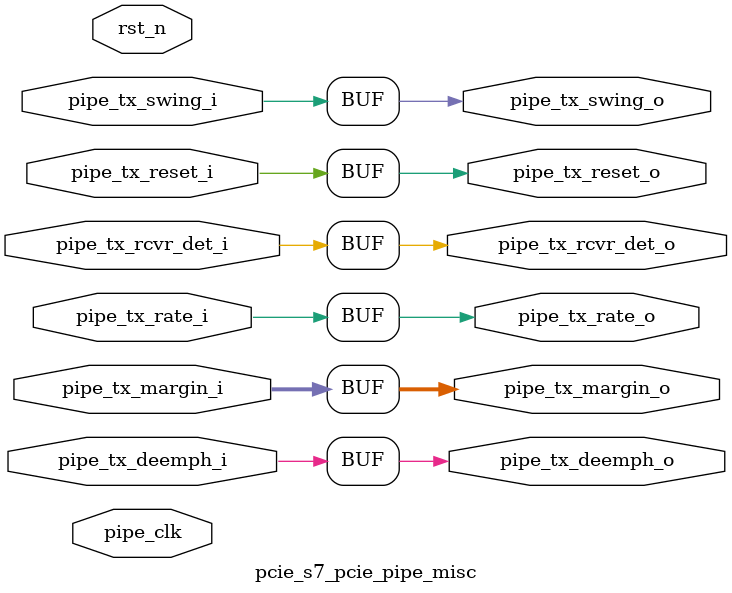
<source format=v>

`timescale 1ps/1ps

(* DowngradeIPIdentifiedWarnings = "yes" *)
module pcie_s7_pcie_pipe_misc #
(
    parameter        PIPE_PIPELINE_STAGES = 0,    // 0 - 0 stages, 1 - 1 stage, 2 - 2 stages
    parameter TCQ  = 1 // synthesis warning solved: parameter declaration becomes local
)
(

    input   wire        pipe_tx_rcvr_det_i       ,     // PIPE Tx Receiver Detect
    input   wire        pipe_tx_reset_i          ,     // PIPE Tx Reset
    input   wire        pipe_tx_rate_i           ,     // PIPE Tx Rate
    input   wire        pipe_tx_deemph_i         ,     // PIPE Tx Deemphasis
    input   wire [2:0]  pipe_tx_margin_i         ,     // PIPE Tx Margin
    input   wire        pipe_tx_swing_i          ,     // PIPE Tx Swing

    output  wire        pipe_tx_rcvr_det_o       ,     // Pipelined PIPE Tx Receiver Detect
    output  wire        pipe_tx_reset_o          ,     // Pipelined PIPE Tx Reset
    output  wire        pipe_tx_rate_o           ,     // Pipelined PIPE Tx Rate
    output  wire        pipe_tx_deemph_o         ,     // Pipelined PIPE Tx Deemphasis
    output  wire [2:0]  pipe_tx_margin_o         ,     // Pipelined PIPE Tx Margin
    output  wire        pipe_tx_swing_o          ,     // Pipelined PIPE Tx Swing

    input   wire        pipe_clk                ,      // PIPE Clock
    input   wire        rst_n                          // Reset
);

//******************************************************************//
// Reality check.                                                   //
//******************************************************************//

//    parameter TCQ  = 1;      // clock to out delay model

    generate

    if (PIPE_PIPELINE_STAGES == 0) begin : pipe_stages_0

        assign pipe_tx_rcvr_det_o = pipe_tx_rcvr_det_i;
        assign pipe_tx_reset_o  = pipe_tx_reset_i;
        assign pipe_tx_rate_o = pipe_tx_rate_i;
        assign pipe_tx_deemph_o = pipe_tx_deemph_i;
        assign pipe_tx_margin_o = pipe_tx_margin_i;
        assign pipe_tx_swing_o = pipe_tx_swing_i;

    end // if (PIPE_PIPELINE_STAGES == 0)
    else if (PIPE_PIPELINE_STAGES == 1) begin : pipe_stages_1

    reg                pipe_tx_rcvr_det_q       ;
    reg                pipe_tx_reset_q          ;
    reg                pipe_tx_rate_q           ;
    reg                pipe_tx_deemph_q         ;
    reg [2:0]          pipe_tx_margin_q         ;
    reg                pipe_tx_swing_q          ;

        always @(posedge pipe_clk) begin

        if (rst_n)
        begin

            pipe_tx_rcvr_det_q <= #TCQ 0;
            pipe_tx_reset_q  <= #TCQ 1'b1;
            pipe_tx_rate_q <= #TCQ 0;
            pipe_tx_deemph_q <= #TCQ 1'b1;
            pipe_tx_margin_q <= #TCQ 0;
            pipe_tx_swing_q <= #TCQ 0;

        end
        else
        begin

            pipe_tx_rcvr_det_q <= #TCQ pipe_tx_rcvr_det_i;
            pipe_tx_reset_q  <= #TCQ pipe_tx_reset_i;
            pipe_tx_rate_q <= #TCQ pipe_tx_rate_i;
            pipe_tx_deemph_q <= #TCQ pipe_tx_deemph_i;
            pipe_tx_margin_q <= #TCQ pipe_tx_margin_i;
            pipe_tx_swing_q <= #TCQ pipe_tx_swing_i;

          end

        end

        assign pipe_tx_rcvr_det_o = pipe_tx_rcvr_det_q;
        assign pipe_tx_reset_o  = pipe_tx_reset_q;
        assign pipe_tx_rate_o = pipe_tx_rate_q;
        assign pipe_tx_deemph_o = pipe_tx_deemph_q;
        assign pipe_tx_margin_o = pipe_tx_margin_q;
        assign pipe_tx_swing_o = pipe_tx_swing_q;

    end // if (PIPE_PIPELINE_STAGES == 1)
    else if (PIPE_PIPELINE_STAGES == 2) begin : pipe_stages_2

    reg                pipe_tx_rcvr_det_q       ;
    reg                pipe_tx_reset_q          ;
    reg                pipe_tx_rate_q           ;
    reg                pipe_tx_deemph_q         ;
    reg [2:0]          pipe_tx_margin_q         ;
    reg                pipe_tx_swing_q          ;

    reg                pipe_tx_rcvr_det_qq      ;
    reg                pipe_tx_reset_qq         ;
    reg                pipe_tx_rate_qq          ;
    reg                pipe_tx_deemph_qq        ;
    reg [2:0]          pipe_tx_margin_qq        ;
    reg                pipe_tx_swing_qq         ;

        always @(posedge pipe_clk) begin

        if (rst_n)
        begin

            pipe_tx_rcvr_det_q <= #TCQ 0;
            pipe_tx_reset_q  <= #TCQ 1'b1;
            pipe_tx_rate_q <= #TCQ 0;
            pipe_tx_deemph_q <= #TCQ 1'b1;
            pipe_tx_margin_q <= #TCQ 0;
            pipe_tx_swing_q <= #TCQ 0;

            pipe_tx_rcvr_det_qq <= #TCQ 0;
            pipe_tx_reset_qq  <= #TCQ 1'b1;
            pipe_tx_rate_qq <= #TCQ 0;
            pipe_tx_deemph_qq <= #TCQ 1'b1;
            pipe_tx_margin_qq <= #TCQ 0;
            pipe_tx_swing_qq <= #TCQ 0;

        end
        else
        begin

            pipe_tx_rcvr_det_q <= #TCQ pipe_tx_rcvr_det_i;
            pipe_tx_reset_q  <= #TCQ pipe_tx_reset_i;
            pipe_tx_rate_q <= #TCQ pipe_tx_rate_i;
            pipe_tx_deemph_q <= #TCQ pipe_tx_deemph_i;
            pipe_tx_margin_q <= #TCQ pipe_tx_margin_i;
            pipe_tx_swing_q <= #TCQ pipe_tx_swing_i;

            pipe_tx_rcvr_det_qq <= #TCQ pipe_tx_rcvr_det_q;
            pipe_tx_reset_qq  <= #TCQ pipe_tx_reset_q;
            pipe_tx_rate_qq <= #TCQ pipe_tx_rate_q;
            pipe_tx_deemph_qq <= #TCQ pipe_tx_deemph_q;
            pipe_tx_margin_qq <= #TCQ pipe_tx_margin_q;
            pipe_tx_swing_qq <= #TCQ pipe_tx_swing_q;

          end

        end

        assign pipe_tx_rcvr_det_o = pipe_tx_rcvr_det_qq;
        assign pipe_tx_reset_o  = pipe_tx_reset_qq;
        assign pipe_tx_rate_o = pipe_tx_rate_qq;
        assign pipe_tx_deemph_o = pipe_tx_deemph_qq;
        assign pipe_tx_margin_o = pipe_tx_margin_qq;
        assign pipe_tx_swing_o = pipe_tx_swing_qq;

    end // if (PIPE_PIPELINE_STAGES == 2)

    endgenerate

endmodule


</source>
